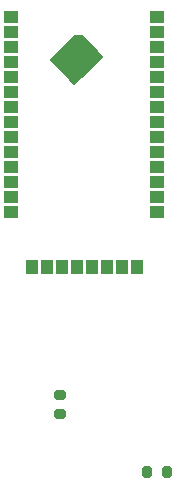
<source format=gbr>
%TF.GenerationSoftware,KiCad,Pcbnew,(6.0.9)*%
%TF.CreationDate,2023-03-11T12:53:36-05:00*%
%TF.ProjectId,tinypico-nano-carrier,74696e79-7069-4636-9f2d-6e616e6f2d63,rev?*%
%TF.SameCoordinates,Original*%
%TF.FileFunction,Paste,Top*%
%TF.FilePolarity,Positive*%
%FSLAX46Y46*%
G04 Gerber Fmt 4.6, Leading zero omitted, Abs format (unit mm)*
G04 Created by KiCad (PCBNEW (6.0.9)) date 2023-03-11 12:53:36*
%MOMM*%
%LPD*%
G01*
G04 APERTURE LIST*
G04 Aperture macros list*
%AMRoundRect*
0 Rectangle with rounded corners*
0 $1 Rounding radius*
0 $2 $3 $4 $5 $6 $7 $8 $9 X,Y pos of 4 corners*
0 Add a 4 corners polygon primitive as box body*
4,1,4,$2,$3,$4,$5,$6,$7,$8,$9,$2,$3,0*
0 Add four circle primitives for the rounded corners*
1,1,$1+$1,$2,$3*
1,1,$1+$1,$4,$5*
1,1,$1+$1,$6,$7*
1,1,$1+$1,$8,$9*
0 Add four rect primitives between the rounded corners*
20,1,$1+$1,$2,$3,$4,$5,0*
20,1,$1+$1,$4,$5,$6,$7,0*
20,1,$1+$1,$6,$7,$8,$9,0*
20,1,$1+$1,$8,$9,$2,$3,0*%
%AMFreePoly0*
4,1,14,-0.028365,2.164235,2.091636,0.044235,2.091650,0.044200,2.091650,-0.625800,2.091635,-0.625836,0.291635,-2.415835,0.291600,-2.415849,0.291564,-2.415835,-2.158435,0.044165,-2.158449,0.044200,-2.158435,0.044235,-0.028435,2.164235,-0.028400,2.164249,-0.028365,2.164235,-0.028365,2.164235,$1*%
G04 Aperture macros list end*
%ADD10C,0.010000*%
%ADD11RoundRect,0.200000X0.200000X0.275000X-0.200000X0.275000X-0.200000X-0.275000X0.200000X-0.275000X0*%
%ADD12R,1.000000X1.200000*%
%ADD13FreePoly0,90.000000*%
%ADD14R,1.200000X1.000000*%
%ADD15RoundRect,0.200000X-0.275000X0.200000X-0.275000X-0.200000X0.275000X-0.200000X0.275000X0.200000X0*%
G04 APERTURE END LIST*
%TO.C,U1*%
G36*
X112545200Y-64802250D02*
G01*
X111783200Y-64802250D01*
X111783200Y-64040250D01*
X112545200Y-64040250D01*
X112545200Y-64802250D01*
G37*
D10*
X112545200Y-64802250D02*
X111783200Y-64802250D01*
X111783200Y-64040250D01*
X112545200Y-64040250D01*
X112545200Y-64802250D01*
G36*
X113662800Y-63760850D02*
G01*
X112900800Y-63760850D01*
X112900800Y-62998850D01*
X113662800Y-62998850D01*
X113662800Y-63760850D01*
G37*
X113662800Y-63760850D02*
X112900800Y-63760850D01*
X112900800Y-62998850D01*
X113662800Y-62998850D01*
X113662800Y-63760850D01*
G36*
X112646800Y-62744850D02*
G01*
X111884800Y-62744850D01*
X111884800Y-61982850D01*
X112646800Y-61982850D01*
X112646800Y-62744850D01*
G37*
X112646800Y-62744850D02*
X111884800Y-62744850D01*
X111884800Y-61982850D01*
X112646800Y-61982850D01*
X112646800Y-62744850D01*
G36*
X111580000Y-63862450D02*
G01*
X110818000Y-63862450D01*
X110818000Y-63100450D01*
X111580000Y-63100450D01*
X111580000Y-63862450D01*
G37*
X111580000Y-63862450D02*
X110818000Y-63862450D01*
X110818000Y-63100450D01*
X111580000Y-63100450D01*
X111580000Y-63862450D01*
%TD*%
D11*
%TO.C,R1*%
X119925000Y-98400000D03*
X118275000Y-98400000D03*
%TD*%
D12*
%TO.C,U1*%
X117365000Y-81085250D03*
D13*
X112164200Y-63506850D03*
D12*
X116095000Y-81085250D03*
X114825000Y-81085250D03*
X113555000Y-81085250D03*
X112285000Y-81085250D03*
X111015000Y-81085250D03*
X109745000Y-81085250D03*
X108475000Y-81085250D03*
D14*
X106760000Y-76421350D03*
X106760000Y-75151350D03*
X106760000Y-73881350D03*
X106760000Y-72611350D03*
X106760000Y-71341350D03*
X106760000Y-70071350D03*
X106760000Y-68801350D03*
X106760000Y-67531350D03*
X106760000Y-66261350D03*
X106760000Y-64991350D03*
X106760000Y-63721350D03*
X106760000Y-62451350D03*
X106760000Y-61181350D03*
X106760000Y-59911350D03*
X119100000Y-76410050D03*
X119100000Y-75140050D03*
X119100000Y-73870050D03*
X119100000Y-72600050D03*
X119100000Y-71330050D03*
X119100000Y-70060050D03*
X119100000Y-68790050D03*
X119100000Y-67520050D03*
X119100000Y-66250050D03*
X119100000Y-64980050D03*
X119100000Y-63710050D03*
X119100000Y-62440050D03*
X119100000Y-61170050D03*
X119100000Y-59900050D03*
%TD*%
D15*
%TO.C,R2*%
X110900000Y-91875000D03*
X110900000Y-93525000D03*
%TD*%
M02*

</source>
